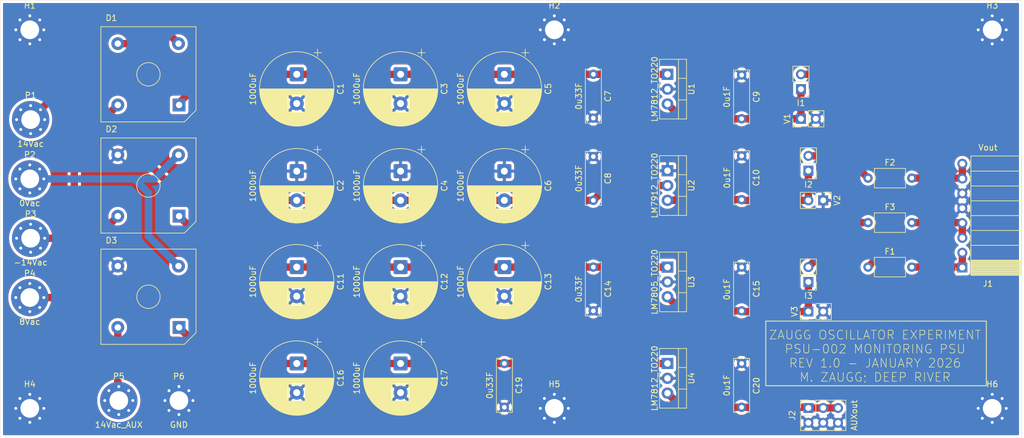
<source format=kicad_pcb>
(kicad_pcb
	(version 20241229)
	(generator "pcbnew")
	(generator_version "9.0")
	(general
		(thickness 1.6)
		(legacy_teardrops no)
	)
	(paper "A4")
	(title_block
		(title "Monitoring PSU")
		(date "2026-01-25")
		(rev "1.0")
		(comment 1 "ZOE Module: PSU-002")
	)
	(layers
		(0 "F.Cu" signal)
		(2 "B.Cu" signal)
		(9 "F.Adhes" user "F.Adhesive")
		(11 "B.Adhes" user "B.Adhesive")
		(13 "F.Paste" user)
		(15 "B.Paste" user)
		(5 "F.SilkS" user "F.Silkscreen")
		(7 "B.SilkS" user "B.Silkscreen")
		(1 "F.Mask" user)
		(3 "B.Mask" user)
		(17 "Dwgs.User" user "User.Drawings")
		(19 "Cmts.User" user "User.Comments")
		(21 "Eco1.User" user "User.Eco1")
		(23 "Eco2.User" user "User.Eco2")
		(25 "Edge.Cuts" user)
		(27 "Margin" user)
		(31 "F.CrtYd" user "F.Courtyard")
		(29 "B.CrtYd" user "B.Courtyard")
		(35 "F.Fab" user)
		(33 "B.Fab" user)
		(39 "User.1" user)
		(41 "User.2" user)
		(43 "User.3" user)
		(45 "User.4" user)
	)
	(setup
		(pad_to_mask_clearance 0)
		(allow_soldermask_bridges_in_footprints no)
		(tenting front back)
		(grid_origin 49.2 49.2)
		(pcbplotparams
			(layerselection 0x00000000_00000000_55555555_5755f5ff)
			(plot_on_all_layers_selection 0x00000000_00000000_00000000_02000000)
			(disableapertmacros no)
			(usegerberextensions no)
			(usegerberattributes yes)
			(usegerberadvancedattributes yes)
			(creategerberjobfile yes)
			(dashed_line_dash_ratio 12.000000)
			(dashed_line_gap_ratio 3.000000)
			(svgprecision 4)
			(plotframeref yes)
			(mode 1)
			(useauxorigin no)
			(hpglpennumber 1)
			(hpglpenspeed 20)
			(hpglpendiameter 15.000000)
			(pdf_front_fp_property_popups yes)
			(pdf_back_fp_property_popups yes)
			(pdf_metadata yes)
			(pdf_single_document no)
			(dxfpolygonmode yes)
			(dxfimperialunits yes)
			(dxfusepcbnewfont yes)
			(psnegative no)
			(psa4output no)
			(plot_black_and_white yes)
			(sketchpadsonfab no)
			(plotpadnumbers no)
			(hidednponfab yes)
			(sketchdnponfab no)
			(crossoutdnponfab no)
			(subtractmaskfromsilk no)
			(outputformat 4)
			(mirror no)
			(drillshape 0)
			(scaleselection 1)
			(outputdirectory "Board/")
		)
	)
	(net 0 "")
	(net 1 "GND")
	(net 2 "Net-(D1-+)")
	(net 3 "Net-(D1--)")
	(net 4 "Net-(I1-Pin_1)")
	(net 5 "Net-(I2-Pin_1)")
	(net 6 "Net-(D2-+)")
	(net 7 "Net-(I3-Pin_1)")
	(net 8 "Net-(D3-+)")
	(net 9 "/+12V_AUX")
	(net 10 "Net-(T1-SA)")
	(net 11 "Net-(T1-SB)")
	(net 12 "Net-(T2-SB)")
	(net 13 "Net-(T1-SC)")
	(net 14 "Net-(T3-SB)")
	(net 15 "Net-(I1-Pin_2)")
	(net 16 "/+12V")
	(net 17 "/-12V")
	(net 18 "Net-(I2-Pin_2)")
	(net 19 "Net-(I3-Pin_2)")
	(net 20 "/+5V")
	(footprint "Capacitor_THT:C_Rect_L9.0mm_W2.5mm_P7.50mm_MKT" (layer "F.Cu") (at 150.73 95.09 -90))
	(footprint "Connector_PinHeader_2.54mm:PinHeader_1x02_P2.54mm_Vertical" (layer "F.Cu") (at 187.56 78.58 180))
	(footprint "Diode_THT:Diode_Bridge_Vishay_KBPC1" (layer "F.Cu") (at 79.78 105.42 180))
	(footprint "MountingHole:MountingHole_3.2mm_M3_Pad_Via" (layer "F.Cu") (at 69.45 117.95))
	(footprint "MountingHole:MountingHole_3.2mm_M3_Pad_Via" (layer "F.Cu") (at 54.35 69.83))
	(footprint "Capacitor_THT:C_Rect_L9.0mm_W2.5mm_P7.50mm_MKT" (layer "F.Cu") (at 176.13 76.04 -90))
	(footprint "Capacitor_THT:CP_Radial_D12.5mm_P5.00mm" (layer "F.Cu") (at 117.71 95.09 -90))
	(footprint "MountingHole:MountingHole_3.2mm_M3_Pad_Via" (layer "F.Cu") (at 54.21 100.31))
	(footprint "Capacitor_THT:CP_Radial_D12.5mm_P5.00mm" (layer "F.Cu") (at 117.71 62.07 -90))
	(footprint "Package_TO_SOT_THT:TO-220-3_Vertical" (layer "F.Cu") (at 163.43 111.6 -90))
	(footprint "Capacitor_THT:CP_Radial_D12.5mm_P5.00mm" (layer "F.Cu") (at 135.49 78.66 -90))
	(footprint "Connector_PinHeader_2.54mm:PinHeader_1x02_P2.54mm_Vertical" (layer "F.Cu") (at 187.56 102.71 90))
	(footprint "Connector_PinSocket_2.54mm:PinSocket_1x08_P2.54mm_Horizontal" (layer "F.Cu") (at 213.93 95.17 180))
	(footprint "Capacitor_THT:C_Rect_L9.0mm_W2.5mm_P7.50mm_MKT"
		(layer "F.Cu")
		(uuid "37637f21-51e2-4c59-b0d7-df982d504a4b")
		(at 176.13 119.1 90)
		(descr "C, Rect series, Radial, pin pitch=7.50mm, length*width=9*2.5mm^2, Capacitor, https://en.tdk.eu/inf/20/20/db/fc_2009/MKT_B32560_564.pdf")
		(tags "C Rect series Radial pin pitch 7.50mm length 9mm width 2.5mm Capacitor")
		(property "Reference" "C20"
			(at 3.69 2.54 90)
			(layer "F.SilkS")
			(uuid "f6e0ccf9-8742-445e-baf2-9dc28f736b5c")
			(effects
				(font
					(size 1 1)
					(thickness 0.15)
				)
			)
		)
		(property "Value" "0u1F"
			(at 3.749999 -2.54 90)
			(layer "F.SilkS")
			(uuid "a3df1b18-f671-4c3c-8814-5f51221ff124")
			(effects
				(font
					(size 1 1)
					(thickness 0.15)
				)
			)
		)
		(property "Datasheet" "~"
			(at 0 0 90)
			(layer "F.Fab")
			(hide yes)
			(uuid "767c9bb5-1c72-4779-8b1f-769bf9cbbf97")
			(effects
				(font
					(size 1.27 1.27)
					(thickness 0.15)
				)
			)
		)
		(property "Description" "Unpolarized capacitor"
			(at 0 0 90)
			(layer "F.Fab")
			(hide yes)
			(uuid "9e07dac1-3c5a-44c6-b195-500a98fbe5b9")
			(effects
				(font
					(size 1.27 1.27)
					(thickness 0.15)
				)
			)
		)
		(property "Rating" "50V"
			(at 0 0 90)
			(unlocked yes)
			(layer "F.Fab")
			(hide yes)
			(uuid "f4875404-fd55-4b32-9f68-a952cfdcae99")
			(effects
				(font
					(size 1 1)
					(thickness 0.15)
				)
			)
		)
		(property ki_fp_filters "C_*")
		(path "/7e52470d-ac64-4d4e-9392-f08c50838bd7")
		(sheetname "/")
		(sheetfile "MonitoringPSU.kicad_sch")
		(attr through_hole)
		(fp_line
			(start 8.37 -1.37)
			(end 8.37 -0.57)
			(stroke
				(width 0.12)
				(type solid)
			)
			(layer "F.SilkS")
			(uuid "fdfb6a98-ab5a-4ef4-a831-3fc342075511")
		)
		(fp_line
			(start -0.87 -1.37)
			(end 8.37 -1.37)
			(stroke
				(width 0.12)
				(type solid)
			)
			(layer "F.SilkS")
			(uuid "9053117c-8f25-4b4b-971e-66ef33ffe320")
		)
		(fp_line
			(start -0.87 -0.57)
			(end -0.87 -1.37)
			(stroke
				(width 0.12)
				(type solid)
			)
			(layer "F.SilkS")
			(uuid "538d6a6b-0d23-4810-bb5f-ccf189f2790c")
		)
		(fp_line
			(start 8.37 0.57)
			(end 8.37 1.37)
			(stroke
				(width 0.12)
				(type solid)
			)
			(layer "F.SilkS")
			(uuid "d716ab6a-eb08-4e85-9706-0d1ccb945b5f")
		)
		(fp_line
			(start 8.37 1.37)
			(end -0.87 1.37)
			(stroke
				(width 0.12)
				(type solid)
			)
			(layer "F.SilkS")
			(uuid "7cc1e7cc-cef4-46be-8f2e-bbea00962084")
		)
		(fp_line
			(start -0.87 1.37)
			(end -0.87 0.57)
			(stroke
				(width 0.12)
				(type solid)
			)
			(layer "F.SilkS")
			(uuid "526a7c5b-6364-4cbc-8fc2-11753664dc9a")
		)
		(fp_poly
			(pts
				(xy -1.05 -1.5) (xy 8.55 -1.5) (xy 8.55 1.5) (xy -1.05 1.5)
			)
			(stroke
				(width 0.05)
				(type solid)
			)
			(fill no)
			(layer "F.CrtYd")
			(uuid "4f880899-7ad6-47dc-bac6-8ce0bf367c3c")
		)
		(fp_poly
			(pts
				(xy -0.750001 -1.25) (xy 8.249999 -1.25) (xy 8.249999 1.25) (xy -0.750001 1.25)
			)
			(stroke
				(width 0.1)
				(type solid)
			)
			(fill no)
			(layer "F.Fab")
			(uuid "37fcab2d-05a2-416a-aca9-85418cf12a4d")
		)
		(fp_text user "${REFERENCE}"
			(at 3.749999 0 90)
			(layer "F.Fab")
			(uuid "def6832d-2c4b-4cb5-ad92-19843ddbceee")
			(effects
				(font
					(size 1 1)
					(thickne
... [845106 chars truncated]
</source>
